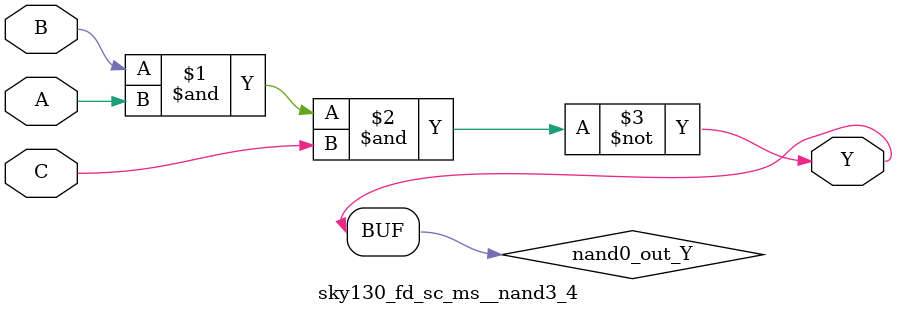
<source format=v>
/*
 * Copyright 2020 The SkyWater PDK Authors
 *
 * Licensed under the Apache License, Version 2.0 (the "License");
 * you may not use this file except in compliance with the License.
 * You may obtain a copy of the License at
 *
 *     https://www.apache.org/licenses/LICENSE-2.0
 *
 * Unless required by applicable law or agreed to in writing, software
 * distributed under the License is distributed on an "AS IS" BASIS,
 * WITHOUT WARRANTIES OR CONDITIONS OF ANY KIND, either express or implied.
 * See the License for the specific language governing permissions and
 * limitations under the License.
 *
 * SPDX-License-Identifier: Apache-2.0
*/


`ifndef SKY130_FD_SC_MS__NAND3_4_FUNCTIONAL_V
`define SKY130_FD_SC_MS__NAND3_4_FUNCTIONAL_V

/**
 * nand3: 3-input NAND.
 *
 * Verilog simulation functional model.
 */

`timescale 1ns / 1ps
`default_nettype none

`celldefine
module sky130_fd_sc_ms__nand3_4 (
    Y,
    A,
    B,
    C
);

    // Module ports
    output Y;
    input  A;
    input  B;
    input  C;

    // Local signals
    wire nand0_out_Y;

    //   Name   Output       Other arguments
    nand nand0 (nand0_out_Y, B, A, C        );
    buf  buf0  (Y          , nand0_out_Y    );

endmodule
`endcelldefine

`default_nettype wire
`endif  // SKY130_FD_SC_MS__NAND3_4_FUNCTIONAL_V

</source>
